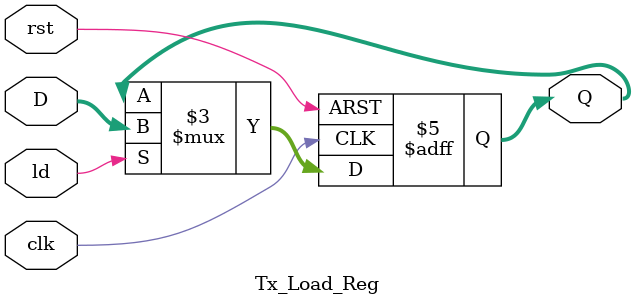
<source format=v>
`timescale 1ns / 1ps
module Tx_Load_Reg(clk, rst, ld, D, Q);

     input               clk, rst, ld;
     input     [7:0]     D;
     
     output    [7:0]     Q;
     
     reg       [7:0]     Q;
     
     always @(posedge clk, posedge rst)
          if(rst)
          begin
               Q <= 8'b0;
          end
          else if(ld)
          begin
               Q <= D;
          end
          else
          begin
               Q <= Q;
          end
endmodule

</source>
